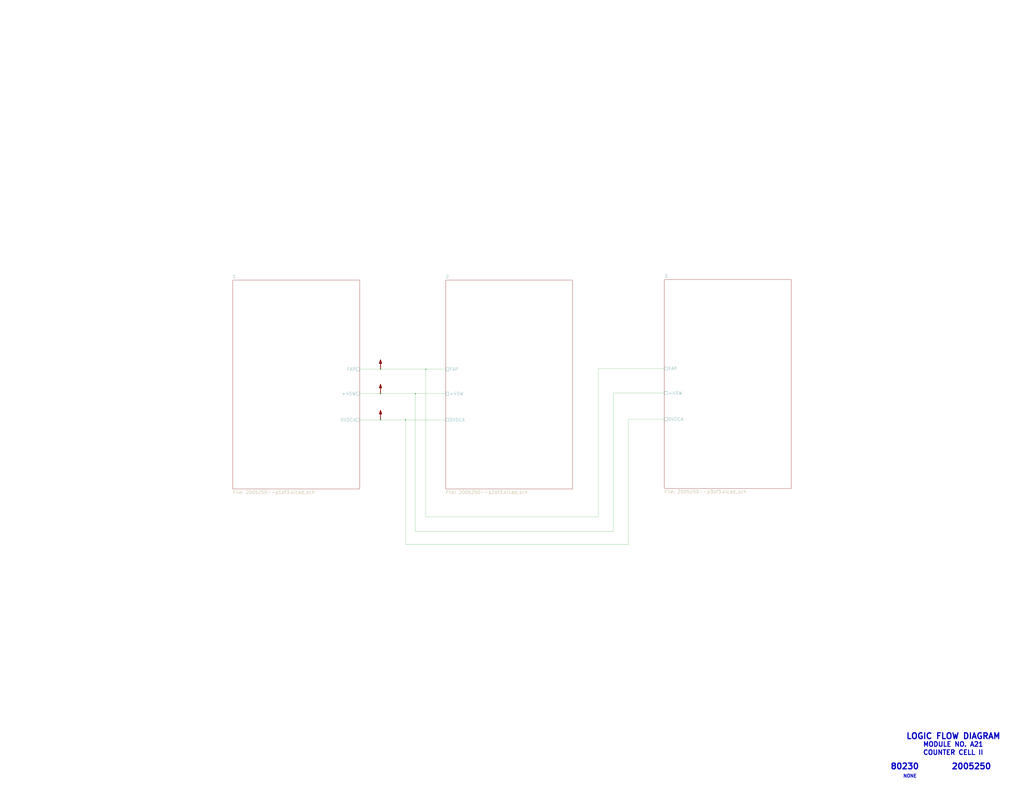
<source format=kicad_sch>
(kicad_sch (version 20211123) (generator eeschema)
  (paper "E")
  (lib_symbols
    (symbol "AGC_DSKY:PWR_FLAG" (power) (pin_numbers hide) (pin_names (offset 0) hide)
      (symbol "PWR_FLAG_0_0"
        (pin power_out line (at 0 0 90) (length 0) (name "pwr") (number "1"))
      )
      (symbol "PWR_FLAG_0_1"
        (polyline (pts (xy 0 0) (xy 0 10.16)) (stroke (width 0.762)))
        (polyline (pts (xy 0 10.16) (xy -1.27 6.35) (xy 1.27 6.35) (xy 0 10.16)) (stroke (width 0.762)) (fill (type outline)))
      )
    )
  )
  (junction (at 464.82 403.225))
  (junction (at 415.29 403.225))
  (junction (at 442.595 458.47))
  (junction (at 453.39 429.895))
  (junction (at 415.29 429.895))
  (junction (at 415.29 458.47))
  (wire (pts (xy 442.595 594.36) (xy 685.8 594.36)))
  (wire (pts (xy 392.43 429.895) (xy 415.29 429.895)))
  (wire (pts (xy 392.43 458.47) (xy 415.29 458.47)))
  (wire (pts (xy 415.29 403.225) (xy 464.82 403.225)))
  (wire (pts (xy 464.82 403.225) (xy 464.82 564.515)))
  (wire (pts (xy 652.78 402.59) (xy 725.17 402.59)))
  (wire (pts (xy 669.29 429.26) (xy 669.29 580.39)))
  (wire (pts (xy 669.29 580.39) (xy 453.39 580.39)))
  (wire (pts (xy 685.8 457.835) (xy 725.17 457.835)))
  (wire (pts (xy 725.17 429.26) (xy 669.29 429.26)))
  (wire (pts (xy 392.43 403.225) (xy 415.29 403.225)))
  (wire (pts (xy 652.78 564.515) (xy 652.78 402.59)))
  (wire (pts (xy 442.595 458.47) (xy 442.595 594.36)))
  (wire (pts (xy 415.29 429.895) (xy 453.39 429.895)))
  (wire (pts (xy 453.39 580.39) (xy 453.39 429.895)))
  (wire (pts (xy 464.82 403.225) (xy 486.41 403.225)))
  (wire (pts (xy 685.8 594.36) (xy 685.8 457.835)))
  (wire (pts (xy 464.82 564.515) (xy 652.78 564.515)))
  (wire (pts (xy 415.29 458.47) (xy 442.595 458.47)))
  (wire (pts (xy 453.39 429.895) (xy 486.41 429.895)))
  (wire (pts (xy 442.595 458.47) (xy 486.41 458.47)))
  (text "COUNTER CELL II" (at 1007.11 824.865 0) (effects (font (size 5.08 5.08) (thickness 1.016) bold) (justify left bottom)))
  (text "80230" (at 971.55 840.74 0) (effects (font (size 6.35 6.35) (thickness 1.27) bold) (justify left bottom)))
  (text "NONE" (at 985.52 849.63 0) (effects (font (size 3.556 3.556) (thickness 0.7112) bold) (justify left bottom)))
  (text "LOGIC FLOW DIAGRAM" (at 988.695 807.72 0) (effects (font (size 6.35 6.35) (thickness 1.27) bold) (justify left bottom)))
  (text "2005250" (at 1038.225 840.74 0) (effects (font (size 6.35 6.35) (thickness 1.27) bold) (justify left bottom)))
  (text "MODULE NO. A21" (at 1007.11 815.975 0) (effects (font (size 5.08 5.08) (thickness 1.016) bold) (justify left bottom)))
  (symbol (lib_id "AGC_DSKY:PWR_FLAG") (at 415.29 403.225 0) (unit 1)
    (property "Reference" "#FLG0101" (effects hide))
    (property "Value" "PWR_FLAG" (effects hide))
  )
  (symbol (lib_id "AGC_DSKY:PWR_FLAG") (at 415.29 429.895 0) (unit 1)
    (property "Reference" "#FLG0102" (effects hide))
    (property "Value" "PWR_FLAG" (effects hide))
  )
  (symbol (lib_id "AGC_DSKY:PWR_FLAG") (at 415.29 458.47 0) (unit 1)
    (property "Reference" "#FLG0103" (effects hide))
    (property "Value" "PWR_FLAG" (effects hide))
  )
  (sheet (at 254 306.07) (size 138.43 227.965)
    (property "Sheet name" "1" (at 254 304.2154 0) (effects (font (size 3.556 3.556)) (justify left bottom)))
    (property "Sheet file" "2005250--p1of3.kicad_sch" (at 254 535.534 0) (effects (font (size 3.556 3.556)) (justify left top)))
    (pin "0VDCA" passive (at 392.43 458.47 0) (effects (font (size 3.556 3.556))))
    (pin "+4SW" passive (at 392.43 429.895 0) (effects (font (size 3.556 3.556))))
    (pin "FAP" passive (at 392.43 403.225 0) (effects (font (size 3.556 3.556))))
  )
  (sheet (at 486.41 306.07) (size 138.43 227.965)
    (property "Sheet name" "2" (at 486.41 304.2154 0) (effects (font (size 3.556 3.556)) (justify left bottom)))
    (property "Sheet file" "2005250--p2of3.kicad_sch" (at 486.41 535.534 0) (effects (font (size 3.556 3.556)) (justify left top)))
    (pin "0VDCA" passive (at 486.41 458.47 180) (effects (font (size 3.556 3.556))))
    (pin "+4SW" passive (at 486.41 429.895 180) (effects (font (size 3.556 3.556))))
    (pin "FAP" passive (at 486.41 403.225 180) (effects (font (size 3.556 3.556))))
  )
  (sheet (at 725.17 305.435) (size 138.43 227.965)
    (property "Sheet name" "3" (at 725.17 303.5804 0) (effects (font (size 3.556 3.556)) (justify left bottom)))
    (property "Sheet file" "2005250--p3of3.kicad_sch" (at 725.17 534.899 0) (effects (font (size 3.556 3.556)) (justify left top)))
    (pin "0VDCA" passive (at 725.17 457.835 180) (effects (font (size 3.556 3.556))))
    (pin "+4SW" passive (at 725.17 429.26 180) (effects (font (size 3.556 3.556))))
    (pin "FAP" passive (at 725.17 402.59 180) (effects (font (size 3.556 3.556))))
  )
)
</source>
